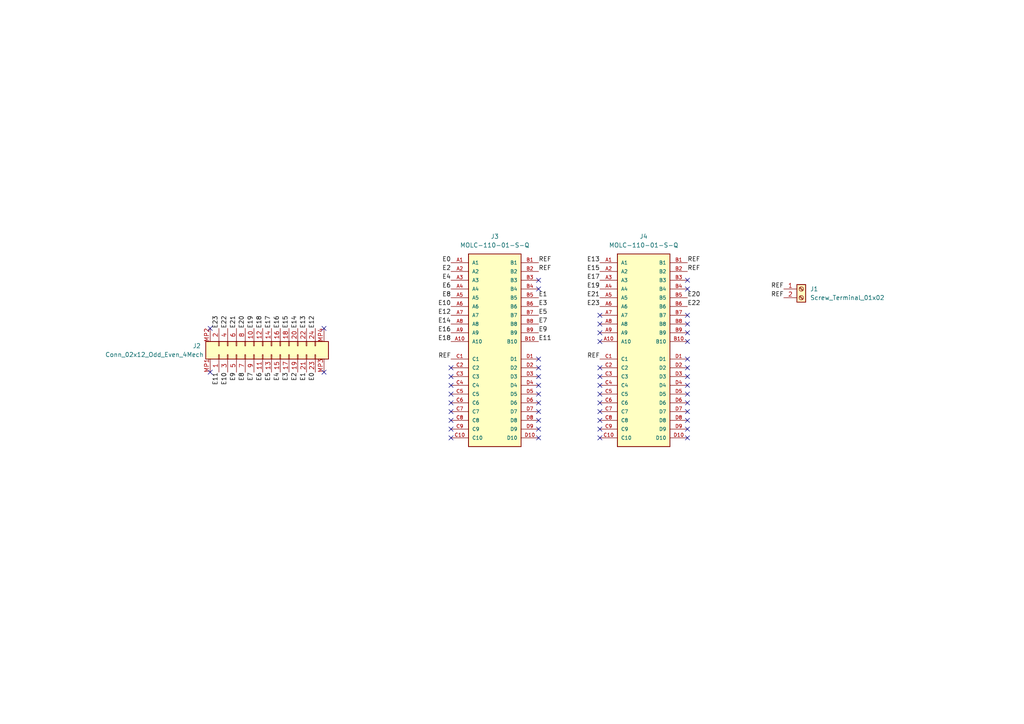
<source format=kicad_sch>
(kicad_sch (version 20211123) (generator eeschema)
  (paper "A4")
  (title_block (title "EIB-24 NanoZ Adapter") (rev "A") (company "Open Ephys, Inc.") (comment 1 "Jonathan Newman"))
  (lib_symbols
    (symbol "Connector:Screw_Terminal_01x02" (pin_names (offset 1.016) hide)
      (property "Reference" "J" (at 0 2.54 0))
      (property "Value" "Screw_Terminal_01x02" (at 0 -5.08 0))
      (symbol "Screw_Terminal_01x02_1_1"
        (rectangle (start -1.27 1.27) (end 1.27 -3.81) (stroke (width 0.254)) (fill (type background)))
        (circle (center 0 -2.54) (radius 0.635) (stroke (width 0.1524)))
        (polyline (pts (xy -0.5334 -2.2098) (xy 0.3302 -3.048)) (stroke (width 0.1524)))
        (polyline (pts (xy -0.5334 0.3302) (xy 0.3302 -0.508)) (stroke (width 0.1524)))
        (polyline (pts (xy -0.3556 -2.032) (xy 0.508 -2.8702)) (stroke (width 0.1524)))
        (polyline (pts (xy -0.3556 0.508) (xy 0.508 -0.3302)) (stroke (width 0.1524)))
        (circle (center 0 0) (radius 0.635) (stroke (width 0.1524)))
        (pin passive line (at -5.08 0 0) (length 3.81) (name "Pin_1") (number "1"))
        (pin passive line (at -5.08 -2.54 0) (length 3.81) (name "Pin_2") (number "2"))
      )
    )
    (symbol "jonnew:Conn_02x12_Odd_Even_4Mech" (pin_names hide)
      (property "Reference" "J" (at 0 22.86 0))
      (property "Value" "Conn_02x12_Odd_Even_4Mech" (at 1.27 20.32 0))
      (symbol "Conn_02x12_Odd_Even_4Mech_1_1"
        (rectangle (start -2.54 -13.843) (end -1.27 -14.097) (stroke (width 0.1524)))
        (rectangle (start -2.54 -11.303) (end -1.27 -11.557) (stroke (width 0.1524)))
        (rectangle (start -2.54 -8.763) (end -1.27 -9.017) (stroke (width 0.1524)))
        (rectangle (start -2.54 -6.223) (end -1.27 -6.477) (stroke (width 0.1524)))
        (rectangle (start -2.54 -3.683) (end -1.27 -3.937) (stroke (width 0.1524)))
        (rectangle (start -2.54 -1.143) (end -1.27 -1.397) (stroke (width 0.1524)))
        (rectangle (start -2.54 1.397) (end -1.27 1.143) (stroke (width 0.1524)))
        (rectangle (start -2.54 3.937) (end -1.27 3.683) (stroke (width 0.1524)))
        (rectangle (start -2.54 6.477) (end -1.27 6.223) (stroke (width 0.1524)))
        (rectangle (start -2.54 9.017) (end -1.27 8.763) (stroke (width 0.1524)))
        (rectangle (start -2.54 11.557) (end -1.27 11.303) (stroke (width 0.1524)))
        (rectangle (start -2.54 14.097) (end -1.27 13.843) (stroke (width 0.1524)))
        (rectangle (start -2.54 17.78) (end 2.54 -17.78) (stroke (width 0.254)) (fill (type background)))
        (rectangle (start 2.54 -13.843) (end 1.27 -14.097) (stroke (width 0.1524)))
        (rectangle (start 2.54 -11.303) (end 1.27 -11.557) (stroke (width 0.1524)))
        (rectangle (start 2.54 -8.763) (end 1.27 -9.017) (stroke (width 0.1524)))
        (rectangle (start 2.54 -6.223) (end 1.27 -6.477) (stroke (width 0.1524)))
        (rectangle (start 2.54 -3.683) (end 1.27 -3.937) (stroke (width 0.1524)))
        (rectangle (start 2.54 -1.143) (end 1.27 -1.397) (stroke (width 0.1524)))
        (rectangle (start 2.54 1.397) (end 1.27 1.143) (stroke (width 0.1524)))
        (rectangle (start 2.54 3.937) (end 1.27 3.683) (stroke (width 0.1524)))
        (rectangle (start 2.54 6.477) (end 1.27 6.223) (stroke (width 0.1524)))
        (rectangle (start 2.54 9.017) (end 1.27 8.763) (stroke (width 0.1524)))
        (rectangle (start 2.54 11.557) (end 1.27 11.303) (stroke (width 0.1524)))
        (rectangle (start 2.54 14.097) (end 1.27 13.843) (stroke (width 0.1524)))
        (pin passive line (at -6.35 13.97 0) (length 3.81) (name "Pin_1") (number "1"))
        (pin passive line (at 6.35 3.81 180) (length 3.81) (name "Pin_10") (number "10"))
        (pin passive line (at -6.35 1.27 0) (length 3.81) (name "Pin_11") (number "11"))
        (pin passive line (at 6.35 1.27 180) (length 3.81) (name "Pin_12") (number "12"))
        (pin passive line (at -6.35 -1.27 0) (length 3.81) (name "Pin_13") (number "13"))
        (pin passive line (at 6.35 -1.27 180) (length 3.81) (name "Pin_14") (number "14"))
        (pin passive line (at -6.35 -3.81 0) (length 3.81) (name "Pin_15") (number "15"))
        (pin passive line (at 6.35 -3.81 180) (length 3.81) (name "Pin_16") (number "16"))
        (pin passive line (at -6.35 -6.35 0) (length 3.81) (name "Pin_17") (number "17"))
        (pin passive line (at 6.35 -6.35 180) (length 3.81) (name "Pin_18") (number "18"))
        (pin passive line (at -6.35 -8.89 0) (length 3.81) (name "Pin_19") (number "19"))
        (pin passive line (at 6.35 13.97 180) (length 3.81) (name "Pin_2") (number "2"))
        (pin passive line (at 6.35 -8.89 180) (length 3.81) (name "Pin_20") (number "20"))
        (pin passive line (at -6.35 -11.43 0) (length 3.81) (name "Pin_21") (number "21"))
        (pin passive line (at 6.35 -11.43 180) (length 3.81) (name "Pin_22") (number "22"))
        (pin passive line (at -6.35 -13.97 0) (length 3.81) (name "Pin_23") (number "23"))
        (pin passive line (at 6.35 -13.97 180) (length 3.81) (name "Pin_24") (number "24"))
        (pin passive line (at -6.35 11.43 0) (length 3.81) (name "Pin_3") (number "3"))
        (pin passive line (at 6.35 11.43 180) (length 3.81) (name "Pin_4") (number "4"))
        (pin passive line (at -6.35 8.89 0) (length 3.81) (name "Pin_5") (number "5"))
        (pin passive line (at 6.35 8.89 180) (length 3.81) (name "Pin_6") (number "6"))
        (pin passive line (at -6.35 6.35 0) (length 3.81) (name "Pin_7") (number "7"))
        (pin passive line (at 6.35 6.35 180) (length 3.81) (name "Pin_8") (number "8"))
        (pin passive line (at -6.35 3.81 0) (length 3.81) (name "Pin_9") (number "9"))
        (pin passive line (at -6.35 16.51 0) (length 3.81) (name "MountPin1") (number "MP1"))
        (pin passive line (at 6.35 16.51 180) (length 3.81) (name "MountPin2") (number "MP2"))
        (pin passive line (at -6.35 -16.51 0) (length 3.81) (name "MountPin3") (number "MP3"))
        (pin passive line (at 6.35 -16.51 180) (length 3.81) (name "MountPin4") (number "MP4"))
      )
    )
    (symbol "jonnew:MOLC-110-01-S-Q" (pin_names (offset 1.016))
      (property "Reference" "J" (at -8.128 29.0576 0))
      (property "Value" "MOLC-110-01-S-Q" (at -7.62 -30.48 0))
      (symbol "MOLC-110-01-S-Q_0_0"
        (rectangle (start -7.62 -27.94) (end 7.62 27.94) (stroke (width 0.254)) (fill (type background)))
        (pin passive line (at -12.7 25.4 0) (length 5.08) (name "A1") (number "A1"))
        (pin passive line (at -12.7 2.54 0) (length 5.08) (name "A10") (number "A10"))
        (pin passive line (at -12.7 22.86 0) (length 5.08) (name "A2") (number "A2"))
        (pin passive line (at -12.7 20.32 0) (length 5.08) (name "A3") (number "A3"))
        (pin passive line (at -12.7 17.78 0) (length 5.08) (name "A4") (number "A4"))
        (pin passive line (at -12.7 15.24 0) (length 5.08) (name "A5") (number "A5"))
        (pin passive line (at -12.7 12.7 0) (length 5.08) (name "A6") (number "A6"))
        (pin passive line (at -12.7 10.16 0) (length 5.08) (name "A7") (number "A7"))
        (pin passive line (at -12.7 7.62 0) (length 5.08) (name "A8") (number "A8"))
        (pin passive line (at -12.7 5.08 0) (length 5.08) (name "A9") (number "A9"))
        (pin passive line (at 12.7 25.4 180) (length 5.08) (name "B1") (number "B1"))
        (pin passive line (at 12.7 2.54 180) (length 5.08) (name "B10") (number "B10"))
        (pin passive line (at 12.7 22.86 180) (length 5.08) (name "B2") (number "B2"))
        (pin passive line (at 12.7 20.32 180) (length 5.08) (name "B3") (number "B3"))
        (pin passive line (at 12.7 17.78 180) (length 5.08) (name "B4") (number "B4"))
        (pin passive line (at 12.7 15.24 180) (length 5.08) (name "B5") (number "B5"))
        (pin passive line (at 12.7 12.7 180) (length 5.08) (name "B6") (number "B6"))
        (pin passive line (at 12.7 10.16 180) (length 5.08) (name "B7") (number "B7"))
        (pin passive line (at 12.7 7.62 180) (length 5.08) (name "B8") (number "B8"))
        (pin passive line (at 12.7 5.08 180) (length 5.08) (name "B9") (number "B9"))
        (pin passive line (at -12.7 -2.54 0) (length 5.08) (name "C1") (number "C1"))
        (pin passive line (at -12.7 -25.4 0) (length 5.08) (name "C10") (number "C10"))
        (pin passive line (at -12.7 -5.08 0) (length 5.08) (name "C2") (number "C2"))
        (pin passive line (at -12.7 -7.62 0) (length 5.08) (name "C3") (number "C3"))
        (pin passive line (at -12.7 -10.16 0) (length 5.08) (name "C4") (number "C4"))
        (pin passive line (at -12.7 -12.7 0) (length 5.08) (name "C5") (number "C5"))
        (pin passive line (at -12.7 -15.24 0) (length 5.08) (name "C6") (number "C6"))
        (pin passive line (at -12.7 -17.78 0) (length 5.08) (name "C7") (number "C7"))
        (pin passive line (at -12.7 -20.32 0) (length 5.08) (name "C8") (number "C8"))
        (pin passive line (at -12.7 -22.86 0) (length 5.08) (name "C9") (number "C9"))
        (pin passive line (at 12.7 -2.54 180) (length 5.08) (name "D1") (number "D1"))
        (pin passive line (at 12.7 -25.4 180) (length 5.08) (name "D10") (number "D10"))
        (pin passive line (at 12.7 -5.08 180) (length 5.08) (name "D2") (number "D2"))
        (pin passive line (at 12.7 -7.62 180) (length 5.08) (name "D3") (number "D3"))
        (pin passive line (at 12.7 -10.16 180) (length 5.08) (name "D4") (number "D4"))
        (pin passive line (at 12.7 -12.7 180) (length 5.08) (name "D5") (number "D5"))
        (pin passive line (at 12.7 -15.24 180) (length 5.08) (name "D6") (number "D6"))
        (pin passive line (at 12.7 -17.78 180) (length 5.08) (name "D7") (number "D7"))
        (pin passive line (at 12.7 -20.32 180) (length 5.08) (name "D8") (number "D8"))
        (pin passive line (at 12.7 -22.86 180) (length 5.08) (name "D9") (number "D9"))
      )
    )
  )
  (no_connect (at 199.39 104.14))
  (no_connect (at 199.39 127))
  (no_connect (at 156.21 124.46))
  (no_connect (at 173.99 124.46))
  (no_connect (at 173.99 116.84))
  (no_connect (at 130.81 111.76))
  (no_connect (at 156.21 111.76))
  (no_connect (at 199.39 81.28))
  (no_connect (at 173.99 93.98))
  (no_connect (at 173.99 106.68))
  (no_connect (at 199.39 106.68))
  (no_connect (at 130.81 109.22))
  (no_connect (at 173.99 96.52))
  (no_connect (at 173.99 119.38))
  (no_connect (at 199.39 109.22))
  (no_connect (at 156.21 83.82))
  (no_connect (at 156.21 116.84))
  (no_connect (at 199.39 99.06))
  (no_connect (at 199.39 119.38))
  (no_connect (at 173.99 111.76))
  (no_connect (at 173.99 99.06))
  (no_connect (at 199.39 96.52))
  (no_connect (at 60.96 95.25))
  (no_connect (at 60.96 107.95))
  (no_connect (at 93.98 107.95))
  (no_connect (at 93.98 95.25))
  (no_connect (at 199.39 114.3))
  (no_connect (at 156.21 81.28))
  (no_connect (at 156.21 114.3))
  (no_connect (at 199.39 121.92))
  (no_connect (at 199.39 83.82))
  (no_connect (at 156.21 104.14))
  (no_connect (at 130.81 121.92))
  (no_connect (at 199.39 91.44))
  (no_connect (at 156.21 109.22))
  (no_connect (at 130.81 124.46))
  (no_connect (at 130.81 114.3))
  (no_connect (at 173.99 91.44))
  (no_connect (at 173.99 114.3))
  (no_connect (at 199.39 124.46))
  (no_connect (at 199.39 93.98))
  (no_connect (at 130.81 116.84))
  (no_connect (at 199.39 116.84))
  (no_connect (at 156.21 119.38))
  (no_connect (at 173.99 121.92))
  (no_connect (at 156.21 127))
  (no_connect (at 173.99 109.22))
  (no_connect (at 156.21 121.92))
  (no_connect (at 130.81 106.68))
  (no_connect (at 130.81 119.38))
  (no_connect (at 199.39 111.76))
  (no_connect (at 130.81 127))
  (no_connect (at 156.21 106.68))
  (no_connect (at 173.99 127))
  (label "E16" (at 81.28 95.25 90))
  (label "E19" (at 173.99 83.82 180))
  (label "E21" (at 173.99 86.36 180))
  (label "E18" (at 76.2 95.25 90))
  (label "E6" (at 130.81 83.82 180))
  (label "E2" (at 130.81 78.74 180))
  (label "E12" (at 130.81 91.44 180))
  (label "E9" (at 156.21 96.52 0))
  (label "REF" (at 156.21 76.2 0))
  (label "E4" (at 130.81 81.28 180))
  (label "E14" (at 86.36 95.25 90))
  (label "E11" (at 156.21 99.06 0))
  (label "E22" (at 199.39 88.9 0))
  (label "E8" (at 71.12 107.95 270))
  (label "E6" (at 76.2 107.95 270))
  (label "E17" (at 78.74 95.25 90))
  (label "E0" (at 91.44 107.95 270))
  (label "E3" (at 156.21 88.9 0))
  (label "E17" (at 173.99 81.28 180))
  (label "E5" (at 156.21 91.44 0))
  (label "REF" (at 227.33 86.36 180))
  (label "E16" (at 130.81 96.52 180))
  (label "E1" (at 156.21 86.36 0))
  (label "E0" (at 130.81 76.2 180))
  (label "REF" (at 156.21 78.74 0))
  (label "REF" (at 199.39 76.2 0))
  (label "REF" (at 227.33 83.82 180))
  (label "REF" (at 199.39 78.74 0))
  (label "E11" (at 63.5 107.95 270))
  (label "E23" (at 63.5 95.25 90))
  (label "E2" (at 86.36 107.95 270))
  (label "E13" (at 88.9 95.25 90))
  (label "E9" (at 68.58 107.95 270))
  (label "E21" (at 68.58 95.25 90))
  (label "E13" (at 173.99 76.2 180))
  (label "E22" (at 66.04 95.25 90))
  (label "E7" (at 156.21 93.98 0))
  (label "REF" (at 173.99 104.14 180))
  (label "E8" (at 130.81 86.36 180))
  (label "E19" (at 73.66 95.25 90))
  (label "REF" (at 130.81 104.14 180))
  (label "E3" (at 83.82 107.95 270))
  (label "E20" (at 199.39 86.36 0))
  (label "E10" (at 130.81 88.9 180))
  (label "E5" (at 78.74 107.95 270))
  (label "E18" (at 130.81 99.06 180))
  (label "E23" (at 173.99 88.9 180))
  (label "E10" (at 66.04 107.95 270))
  (label "E20" (at 71.12 95.25 90))
  (label "E1" (at 88.9 107.95 270))
  (label "E7" (at 73.66 107.95 270))
  (label "E12" (at 91.44 95.25 90))
  (label "E14" (at 130.81 93.98 180))
  (label "E15" (at 173.99 78.74 180))
  (label "E4" (at 81.28 107.95 270))
  (label "E15" (at 83.82 95.25 90))
  (symbol (lib_id "jonnew:MOLC-110-01-S-Q") (at 143.51 101.6 0) (unit 1)
    (property "Reference" "J3" (at 143.51 68.58 0))
    (property "Value" "MOLC-110-01-S-Q" (at 143.51 71.12 0))
    (property "Footprint" "SAMTEC_MOLC-110-01-S-Q" (effects hide))
    (property "MANUFACTURER" "SAMTEC" (effects hide))
  )
  (symbol (lib_id "jonnew:Conn_02x12_Odd_Even_4Mech") (at 77.47 101.6 90) (unit 1)
    (property "Reference" "J2" (at 55.88 100.33 90) (effects (justify right)))
    (property "Value" "Conn_02x12_Odd_Even_4Mech" (at 30.48 102.87 90) (effects (justify right)))
    (property "Footprint" "jonnew:MOLEX_5050662422-5052702412" (effects hide))
  )
  (symbol (lib_id "Connector:Screw_Terminal_01x02") (at 232.41 83.82 0) (unit 1)
    (property "Reference" "J1" (at 234.95 83.8199 0) (effects (justify left)))
    (property "Value" "Screw_Terminal_01x02" (at 234.95 86.3599 0) (effects (justify left)))
    (property "Footprint" "TerminalBlock_TE-Connectivity:TerminalBlock_TE_282834-2_1x02_P2.54mm_Horizontal" (effects hide))
  )
  (symbol (lib_id "jonnew:MOLC-110-01-S-Q") (at 186.69 101.6 0) (unit 1)
    (property "Reference" "J4" (at 186.69 68.58 0))
    (property "Value" "MOLC-110-01-S-Q" (at 186.69 71.12 0))
    (property "Footprint" "SAMTEC_MOLC-110-01-S-Q" (effects hide))
    (property "MANUFACTURER" "SAMTEC" (effects hide))
  )
)
</source>
